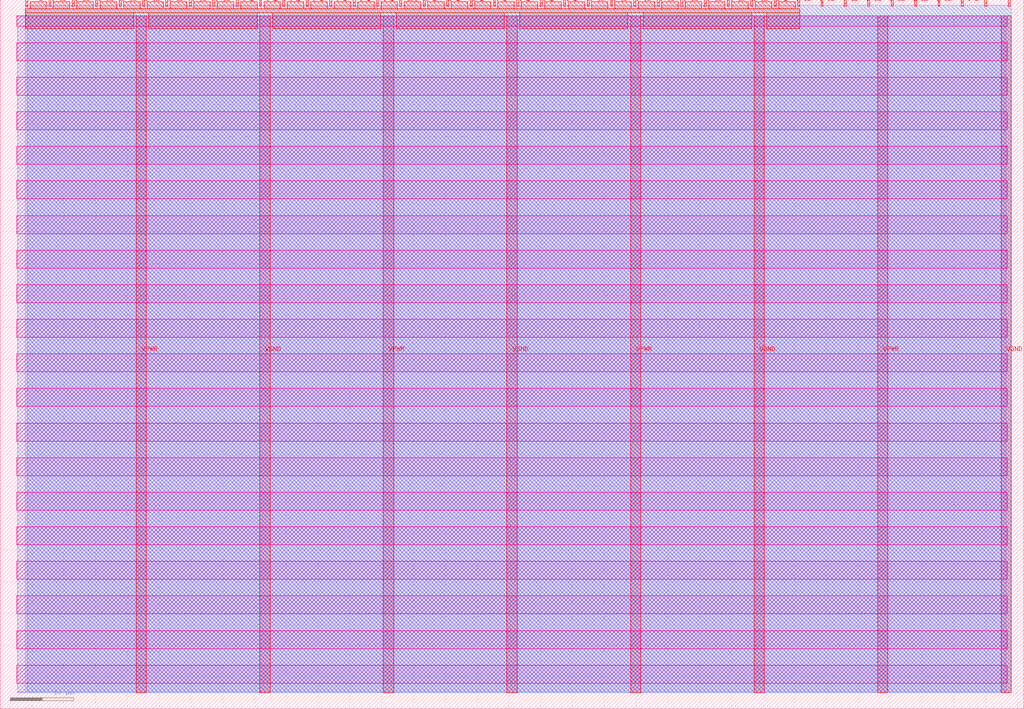
<source format=lef>
VERSION 5.7 ;
  NOWIREEXTENSIONATPIN ON ;
  DIVIDERCHAR "/" ;
  BUSBITCHARS "[]" ;
MACRO tt_um_motor
  CLASS BLOCK ;
  FOREIGN tt_um_motor ;
  ORIGIN 0.000 0.000 ;
  SIZE 161.000 BY 111.520 ;
  PIN VGND
    DIRECTION INOUT ;
    USE GROUND ;
    PORT
      LAYER met4 ;
        RECT 40.830 2.480 42.430 109.040 ;
    END
    PORT
      LAYER met4 ;
        RECT 79.700 2.480 81.300 109.040 ;
    END
    PORT
      LAYER met4 ;
        RECT 118.570 2.480 120.170 109.040 ;
    END
    PORT
      LAYER met4 ;
        RECT 157.440 2.480 159.040 109.040 ;
    END
  END VGND
  PIN VPWR
    DIRECTION INOUT ;
    USE POWER ;
    PORT
      LAYER met4 ;
        RECT 21.395 2.480 22.995 109.040 ;
    END
    PORT
      LAYER met4 ;
        RECT 60.265 2.480 61.865 109.040 ;
    END
    PORT
      LAYER met4 ;
        RECT 99.135 2.480 100.735 109.040 ;
    END
    PORT
      LAYER met4 ;
        RECT 138.005 2.480 139.605 109.040 ;
    END
  END VPWR
  PIN clk
    DIRECTION INPUT ;
    USE SIGNAL ;
    PORT
      LAYER met4 ;
        RECT 154.870 110.520 155.170 111.520 ;
    END
  END clk
  PIN ena
    DIRECTION INPUT ;
    USE SIGNAL ;
    PORT
      LAYER met4 ;
        RECT 158.550 110.520 158.850 111.520 ;
    END
  END ena
  PIN rst_n
    DIRECTION INPUT ;
    USE SIGNAL ;
    PORT
      LAYER met4 ;
        RECT 151.190 110.520 151.490 111.520 ;
    END
  END rst_n
  PIN ui_in[0]
    DIRECTION INPUT ;
    USE SIGNAL ;
    PORT
      LAYER met4 ;
        RECT 147.510 110.520 147.810 111.520 ;
    END
  END ui_in[0]
  PIN ui_in[1]
    DIRECTION INPUT ;
    USE SIGNAL ;
    PORT
      LAYER met4 ;
        RECT 143.830 110.520 144.130 111.520 ;
    END
  END ui_in[1]
  PIN ui_in[2]
    DIRECTION INPUT ;
    USE SIGNAL ;
    PORT
      LAYER met4 ;
        RECT 140.150 110.520 140.450 111.520 ;
    END
  END ui_in[2]
  PIN ui_in[3]
    DIRECTION INPUT ;
    USE SIGNAL ;
    PORT
      LAYER met4 ;
        RECT 136.470 110.520 136.770 111.520 ;
    END
  END ui_in[3]
  PIN ui_in[4]
    DIRECTION INPUT ;
    USE SIGNAL ;
    PORT
      LAYER met4 ;
        RECT 132.790 110.520 133.090 111.520 ;
    END
  END ui_in[4]
  PIN ui_in[5]
    DIRECTION INPUT ;
    USE SIGNAL ;
    PORT
      LAYER met4 ;
        RECT 129.110 110.520 129.410 111.520 ;
    END
  END ui_in[5]
  PIN ui_in[6]
    DIRECTION INPUT ;
    USE SIGNAL ;
    ANTENNAGATEAREA 0.742500 ;
    PORT
      LAYER met4 ;
        RECT 125.430 110.520 125.730 111.520 ;
    END
  END ui_in[6]
  PIN ui_in[7]
    DIRECTION INPUT ;
    USE SIGNAL ;
    ANTENNAGATEAREA 0.126000 ;
    PORT
      LAYER met4 ;
        RECT 121.750 110.520 122.050 111.520 ;
    END
  END ui_in[7]
  PIN uio_in[0]
    DIRECTION INPUT ;
    USE SIGNAL ;
    PORT
      LAYER met4 ;
        RECT 118.070 110.520 118.370 111.520 ;
    END
  END uio_in[0]
  PIN uio_in[1]
    DIRECTION INPUT ;
    USE SIGNAL ;
    PORT
      LAYER met4 ;
        RECT 114.390 110.520 114.690 111.520 ;
    END
  END uio_in[1]
  PIN uio_in[2]
    DIRECTION INPUT ;
    USE SIGNAL ;
    PORT
      LAYER met4 ;
        RECT 110.710 110.520 111.010 111.520 ;
    END
  END uio_in[2]
  PIN uio_in[3]
    DIRECTION INPUT ;
    USE SIGNAL ;
    PORT
      LAYER met4 ;
        RECT 107.030 110.520 107.330 111.520 ;
    END
  END uio_in[3]
  PIN uio_in[4]
    DIRECTION INPUT ;
    USE SIGNAL ;
    ANTENNAGATEAREA 0.196500 ;
    PORT
      LAYER met4 ;
        RECT 103.350 110.520 103.650 111.520 ;
    END
  END uio_in[4]
  PIN uio_in[5]
    DIRECTION INPUT ;
    USE SIGNAL ;
    ANTENNAGATEAREA 0.196500 ;
    PORT
      LAYER met4 ;
        RECT 99.670 110.520 99.970 111.520 ;
    END
  END uio_in[5]
  PIN uio_in[6]
    DIRECTION INPUT ;
    USE SIGNAL ;
    ANTENNAGATEAREA 0.196500 ;
    PORT
      LAYER met4 ;
        RECT 95.990 110.520 96.290 111.520 ;
    END
  END uio_in[6]
  PIN uio_in[7]
    DIRECTION INPUT ;
    USE SIGNAL ;
    ANTENNAGATEAREA 0.196500 ;
    PORT
      LAYER met4 ;
        RECT 92.310 110.520 92.610 111.520 ;
    END
  END uio_in[7]
  PIN uio_oe[0]
    DIRECTION OUTPUT TRISTATE ;
    USE SIGNAL ;
    PORT
      LAYER met4 ;
        RECT 29.750 110.520 30.050 111.520 ;
    END
  END uio_oe[0]
  PIN uio_oe[1]
    DIRECTION OUTPUT TRISTATE ;
    USE SIGNAL ;
    PORT
      LAYER met4 ;
        RECT 26.070 110.520 26.370 111.520 ;
    END
  END uio_oe[1]
  PIN uio_oe[2]
    DIRECTION OUTPUT TRISTATE ;
    USE SIGNAL ;
    PORT
      LAYER met4 ;
        RECT 22.390 110.520 22.690 111.520 ;
    END
  END uio_oe[2]
  PIN uio_oe[3]
    DIRECTION OUTPUT TRISTATE ;
    USE SIGNAL ;
    PORT
      LAYER met4 ;
        RECT 18.710 110.520 19.010 111.520 ;
    END
  END uio_oe[3]
  PIN uio_oe[4]
    DIRECTION OUTPUT TRISTATE ;
    USE SIGNAL ;
    PORT
      LAYER met4 ;
        RECT 15.030 110.520 15.330 111.520 ;
    END
  END uio_oe[4]
  PIN uio_oe[5]
    DIRECTION OUTPUT TRISTATE ;
    USE SIGNAL ;
    PORT
      LAYER met4 ;
        RECT 11.350 110.520 11.650 111.520 ;
    END
  END uio_oe[5]
  PIN uio_oe[6]
    DIRECTION OUTPUT TRISTATE ;
    USE SIGNAL ;
    PORT
      LAYER met4 ;
        RECT 7.670 110.520 7.970 111.520 ;
    END
  END uio_oe[6]
  PIN uio_oe[7]
    DIRECTION OUTPUT TRISTATE ;
    USE SIGNAL ;
    PORT
      LAYER met4 ;
        RECT 3.990 110.520 4.290 111.520 ;
    END
  END uio_oe[7]
  PIN uio_out[0]
    DIRECTION OUTPUT TRISTATE ;
    USE SIGNAL ;
    ANTENNADIFFAREA 0.795200 ;
    PORT
      LAYER met4 ;
        RECT 59.190 110.520 59.490 111.520 ;
    END
  END uio_out[0]
  PIN uio_out[1]
    DIRECTION OUTPUT TRISTATE ;
    USE SIGNAL ;
    ANTENNADIFFAREA 0.795200 ;
    PORT
      LAYER met4 ;
        RECT 55.510 110.520 55.810 111.520 ;
    END
  END uio_out[1]
  PIN uio_out[2]
    DIRECTION OUTPUT TRISTATE ;
    USE SIGNAL ;
    ANTENNADIFFAREA 0.445500 ;
    PORT
      LAYER met4 ;
        RECT 51.830 110.520 52.130 111.520 ;
    END
  END uio_out[2]
  PIN uio_out[3]
    DIRECTION OUTPUT TRISTATE ;
    USE SIGNAL ;
    ANTENNADIFFAREA 0.445500 ;
    PORT
      LAYER met4 ;
        RECT 48.150 110.520 48.450 111.520 ;
    END
  END uio_out[3]
  PIN uio_out[4]
    DIRECTION OUTPUT TRISTATE ;
    USE SIGNAL ;
    PORT
      LAYER met4 ;
        RECT 44.470 110.520 44.770 111.520 ;
    END
  END uio_out[4]
  PIN uio_out[5]
    DIRECTION OUTPUT TRISTATE ;
    USE SIGNAL ;
    PORT
      LAYER met4 ;
        RECT 40.790 110.520 41.090 111.520 ;
    END
  END uio_out[5]
  PIN uio_out[6]
    DIRECTION OUTPUT TRISTATE ;
    USE SIGNAL ;
    PORT
      LAYER met4 ;
        RECT 37.110 110.520 37.410 111.520 ;
    END
  END uio_out[6]
  PIN uio_out[7]
    DIRECTION OUTPUT TRISTATE ;
    USE SIGNAL ;
    PORT
      LAYER met4 ;
        RECT 33.430 110.520 33.730 111.520 ;
    END
  END uio_out[7]
  PIN uo_out[0]
    DIRECTION OUTPUT TRISTATE ;
    USE SIGNAL ;
    PORT
      LAYER met4 ;
        RECT 88.630 110.520 88.930 111.520 ;
    END
  END uo_out[0]
  PIN uo_out[1]
    DIRECTION OUTPUT TRISTATE ;
    USE SIGNAL ;
    PORT
      LAYER met4 ;
        RECT 84.950 110.520 85.250 111.520 ;
    END
  END uo_out[1]
  PIN uo_out[2]
    DIRECTION OUTPUT TRISTATE ;
    USE SIGNAL ;
    PORT
      LAYER met4 ;
        RECT 81.270 110.520 81.570 111.520 ;
    END
  END uo_out[2]
  PIN uo_out[3]
    DIRECTION OUTPUT TRISTATE ;
    USE SIGNAL ;
    PORT
      LAYER met4 ;
        RECT 77.590 110.520 77.890 111.520 ;
    END
  END uo_out[3]
  PIN uo_out[4]
    DIRECTION OUTPUT TRISTATE ;
    USE SIGNAL ;
    PORT
      LAYER met4 ;
        RECT 73.910 110.520 74.210 111.520 ;
    END
  END uo_out[4]
  PIN uo_out[5]
    DIRECTION OUTPUT TRISTATE ;
    USE SIGNAL ;
    PORT
      LAYER met4 ;
        RECT 70.230 110.520 70.530 111.520 ;
    END
  END uo_out[5]
  PIN uo_out[6]
    DIRECTION OUTPUT TRISTATE ;
    USE SIGNAL ;
    PORT
      LAYER met4 ;
        RECT 66.550 110.520 66.850 111.520 ;
    END
  END uo_out[6]
  PIN uo_out[7]
    DIRECTION OUTPUT TRISTATE ;
    USE SIGNAL ;
    PORT
      LAYER met4 ;
        RECT 62.870 110.520 63.170 111.520 ;
    END
  END uo_out[7]
  OBS
      LAYER nwell ;
        RECT 2.570 107.385 158.430 108.990 ;
        RECT 2.570 101.945 158.430 104.775 ;
        RECT 2.570 96.505 158.430 99.335 ;
        RECT 2.570 91.065 158.430 93.895 ;
        RECT 2.570 85.625 158.430 88.455 ;
        RECT 2.570 80.185 158.430 83.015 ;
        RECT 2.570 74.745 158.430 77.575 ;
        RECT 2.570 69.305 158.430 72.135 ;
        RECT 2.570 63.865 158.430 66.695 ;
        RECT 2.570 58.425 158.430 61.255 ;
        RECT 2.570 52.985 158.430 55.815 ;
        RECT 2.570 47.545 158.430 50.375 ;
        RECT 2.570 42.105 158.430 44.935 ;
        RECT 2.570 36.665 158.430 39.495 ;
        RECT 2.570 31.225 158.430 34.055 ;
        RECT 2.570 25.785 158.430 28.615 ;
        RECT 2.570 20.345 158.430 23.175 ;
        RECT 2.570 14.905 158.430 17.735 ;
        RECT 2.570 9.465 158.430 12.295 ;
        RECT 2.570 4.025 158.430 6.855 ;
      LAYER li1 ;
        RECT 2.760 2.635 158.240 108.885 ;
      LAYER met1 ;
        RECT 2.760 2.480 159.040 109.040 ;
      LAYER met2 ;
        RECT 4.230 2.535 159.010 110.685 ;
      LAYER met3 ;
        RECT 3.950 2.555 159.030 110.665 ;
      LAYER met4 ;
        RECT 4.690 110.120 7.270 111.170 ;
        RECT 8.370 110.120 10.950 111.170 ;
        RECT 12.050 110.120 14.630 111.170 ;
        RECT 15.730 110.120 18.310 111.170 ;
        RECT 19.410 110.120 21.990 111.170 ;
        RECT 23.090 110.120 25.670 111.170 ;
        RECT 26.770 110.120 29.350 111.170 ;
        RECT 30.450 110.120 33.030 111.170 ;
        RECT 34.130 110.120 36.710 111.170 ;
        RECT 37.810 110.120 40.390 111.170 ;
        RECT 41.490 110.120 44.070 111.170 ;
        RECT 45.170 110.120 47.750 111.170 ;
        RECT 48.850 110.120 51.430 111.170 ;
        RECT 52.530 110.120 55.110 111.170 ;
        RECT 56.210 110.120 58.790 111.170 ;
        RECT 59.890 110.120 62.470 111.170 ;
        RECT 63.570 110.120 66.150 111.170 ;
        RECT 67.250 110.120 69.830 111.170 ;
        RECT 70.930 110.120 73.510 111.170 ;
        RECT 74.610 110.120 77.190 111.170 ;
        RECT 78.290 110.120 80.870 111.170 ;
        RECT 81.970 110.120 84.550 111.170 ;
        RECT 85.650 110.120 88.230 111.170 ;
        RECT 89.330 110.120 91.910 111.170 ;
        RECT 93.010 110.120 95.590 111.170 ;
        RECT 96.690 110.120 99.270 111.170 ;
        RECT 100.370 110.120 102.950 111.170 ;
        RECT 104.050 110.120 106.630 111.170 ;
        RECT 107.730 110.120 110.310 111.170 ;
        RECT 111.410 110.120 113.990 111.170 ;
        RECT 115.090 110.120 117.670 111.170 ;
        RECT 118.770 110.120 121.350 111.170 ;
        RECT 122.450 110.120 125.030 111.170 ;
        RECT 3.975 109.440 125.745 110.120 ;
        RECT 3.975 106.935 20.995 109.440 ;
        RECT 23.395 106.935 40.430 109.440 ;
        RECT 42.830 106.935 59.865 109.440 ;
        RECT 62.265 106.935 79.300 109.440 ;
        RECT 81.700 106.935 98.735 109.440 ;
        RECT 101.135 106.935 118.170 109.440 ;
        RECT 120.570 106.935 125.745 109.440 ;
  END
END tt_um_motor
END LIBRARY


</source>
